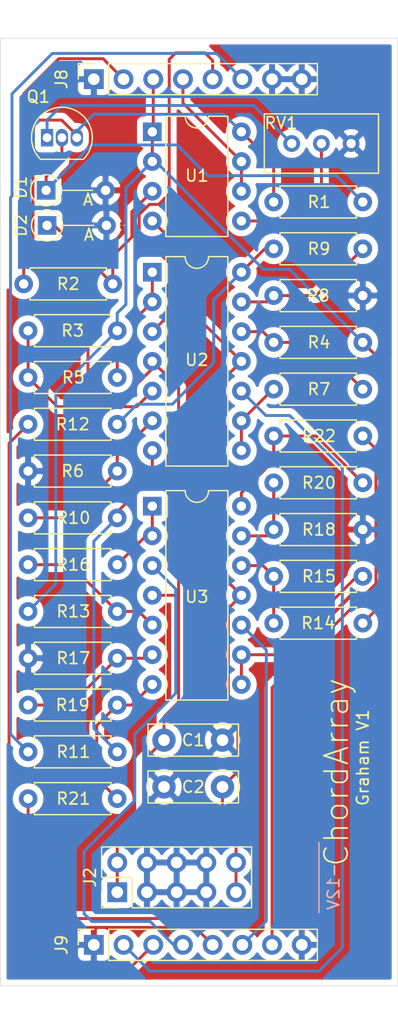
<source format=kicad_pcb>
(kicad_pcb (version 20171130) (host pcbnew 5.1.6-1.fc31)
  (layers (0 F.Cu signal) (31 B.Cu signal) (34 B.Paste user) (35 F.Paste user) (36 B.SilkS user) (37 F.SilkS user) (38 B.Mask user) (39 F.Mask user) (44 Edge.Cuts user))
  (net 0 "")
  (net 1 GND)
  (net 2 +12V)
  (net 3 -12V)
  (net 4 "Net-(D1-Pad1)")
  (net 5 "Net-(D2-Pad1)")
  (net 6 "Net-(Q1-Pad1)")
  (net 7 "Net-(R3-Pad2)")
  (net 8 "Net-(R4-Pad1)")
  (net 9 "Net-(R5-Pad2)")
  (net 10 "Net-(R10-Pad1)")
  (net 11 "Net-(R7-Pad1)")
  (net 12 "Net-(R8-Pad1)")
  (net 13 "Net-(R12-Pad1)")
  (net 14 "Net-(R10-Pad2)")
  (net 15 "Net-(R13-Pad2)")
  (net 16 "Net-(R14-Pad1)")
  (net 17 "Net-(R15-Pad1)")
  (net 18 "Net-(R16-Pad2)")
  (net 19 "Net-(R17-Pad1)")
  (net 20 "Net-(R18-Pad1)")
  (net 21 "Net-(R19-Pad2)")
  (net 22 "Net-(R20-Pad2)")
  (net 23 "Net-(RV1-Pad2)")
  (net 24 1V)
  (net 25 CVIN)
  (net 26 BUFFOUT)
  (net 27 OFFS1)
  (net 28 OFFS2)
  (net 29 OFFS3)
  (net 30 OFFS4)
  (net 31 OFFP1)
  (net 32 OFFP4)
  (net 33 OFFP3)
  (net 34 OFFP2)
  (module Connector_PinSocket_2.54mm:PinSocket_1x08_P2.54mm_Vertical (layer F.Cu) (at 108 109.5 90)
    (fp_text reference J9 (at 0 -2.77 90) (layer F.SilkS))
    (fp_text value Conn_01x08_Male)
    (pad 8 thru_hole oval (at 0 17.78 90) (size 1.7 1.7) (drill 1) (layers *.Cu *.Mask) (net 1 GND))
    (pad 7 thru_hole oval (at 0 15.24 90) (size 1.7 1.7) (drill 1) (layers *.Cu *.Mask) (net 30 OFFS4))
    (pad 6 thru_hole oval (at 0 12.7 90) (size 1.7 1.7) (drill 1) (layers *.Cu *.Mask) (net 32 OFFP4))
    (pad 5 thru_hole oval (at 0 10.16 90) (size 1.7 1.7) (drill 1) (layers *.Cu *.Mask) (net 29 OFFS3))
    (pad 4 thru_hole oval (at 0 7.62 90) (size 1.7 1.7) (drill 1) (layers *.Cu *.Mask) (net 33 OFFP3))
    (pad 3 thru_hole oval (at 0 5.08 90) (size 1.7 1.7) (drill 1) (layers *.Cu *.Mask) (net 28 OFFS2))
    (pad 2 thru_hole oval (at 0 2.54 90) (size 1.7 1.7) (drill 1) (layers *.Cu *.Mask) (net 34 OFFP2))
    (pad 1 thru_hole rect (at 0 0 90) (size 1.7 1.7) (drill 1) (layers *.Cu *.Mask) (net 1 GND))
  )
  (module Connector_PinSocket_2.54mm:PinSocket_1x08_P2.54mm_Vertical (layer F.Cu) (at 108 35.5 90)
    (fp_text reference J8 (at 0 -2.77 90) (layer F.SilkS))
    (fp_text value Conn_01x08_Male)
    (pad 8 thru_hole oval (at 0 17.78 90) (size 1.7 1.7) (drill 1) (layers *.Cu *.Mask) (net 1 GND))
    (pad 7 thru_hole oval (at 0 15.24 90) (size 1.7 1.7) (drill 1) (layers *.Cu *.Mask) (net 1 GND))
    (pad 6 thru_hole oval (at 0 12.7 90) (size 1.7 1.7) (drill 1) (layers *.Cu *.Mask) (net 27 OFFS1))
    (pad 5 thru_hole oval (at 0 10.16 90) (size 1.7 1.7) (drill 1) (layers *.Cu *.Mask) (net 31 OFFP1))
    (pad 4 thru_hole oval (at 0 7.62 90) (size 1.7 1.7) (drill 1) (layers *.Cu *.Mask) (net 24 1V))
    (pad 3 thru_hole oval (at 0 5.08 90) (size 1.7 1.7) (drill 1) (layers *.Cu *.Mask) (net 26 BUFFOUT))
    (pad 2 thru_hole oval (at 0 2.54 90) (size 1.7 1.7) (drill 1) (layers *.Cu *.Mask) (net 25 CVIN))
    (pad 1 thru_hole rect (at 0 0 90) (size 1.7 1.7) (drill 1) (layers *.Cu *.Mask) (net 1 GND))
  )
  (module Connector_PinHeader_2.54mm:PinHeader_2x05_P2.54mm_Vertical (layer F.Cu) (at 110 105 90)
    (fp_text reference J2 (at 1.27 -2.33 90) (layer F.SilkS))
    (fp_text value Conn_02x05_Odd_Even)
    (pad 10 thru_hole oval (at 2.54 10.16 90) (size 1.7 1.7) (drill 1) (layers *.Cu *.Mask) (net 3 -12V))
    (pad 9 thru_hole oval (at 0 10.16 90) (size 1.7 1.7) (drill 1) (layers *.Cu *.Mask) (net 3 -12V))
    (pad 8 thru_hole oval (at 2.54 7.62 90) (size 1.7 1.7) (drill 1) (layers *.Cu *.Mask) (net 1 GND))
    (pad 7 thru_hole oval (at 0 7.62 90) (size 1.7 1.7) (drill 1) (layers *.Cu *.Mask) (net 1 GND))
    (pad 6 thru_hole oval (at 2.54 5.08 90) (size 1.7 1.7) (drill 1) (layers *.Cu *.Mask) (net 1 GND))
    (pad 5 thru_hole oval (at 0 5.08 90) (size 1.7 1.7) (drill 1) (layers *.Cu *.Mask) (net 1 GND))
    (pad 4 thru_hole oval (at 2.54 2.54 90) (size 1.7 1.7) (drill 1) (layers *.Cu *.Mask) (net 1 GND))
    (pad 3 thru_hole oval (at 0 2.54 90) (size 1.7 1.7) (drill 1) (layers *.Cu *.Mask) (net 1 GND))
    (pad 2 thru_hole oval (at 2.54 0 90) (size 1.7 1.7) (drill 1) (layers *.Cu *.Mask) (net 2 +12V))
    (pad 1 thru_hole rect (at 0 0 90) (size 1.7 1.7) (drill 1) (layers *.Cu *.Mask) (net 2 +12V))
  )
  (module Capacitor_THT:C_Disc_D7.5mm_W2.5mm_P5.00mm (layer F.Cu) (at 114 96)
    (fp_text reference C2 (at 2.5 0) (layer F.SilkS))
    (fp_text value 100n)
    (pad 2 thru_hole circle (at 5 0) (size 2 2) (drill 1) (layers *.Cu *.Mask) (net 3 -12V))
    (pad 1 thru_hole circle (at 0 0) (size 2 2) (drill 1) (layers *.Cu *.Mask) (net 1 GND))
  )
  (module Capacitor_THT:C_Disc_D7.5mm_W2.5mm_P5.00mm (layer F.Cu) (at 114 92)
    (fp_text reference C1 (at 2.5 0) (layer F.SilkS))
    (fp_text value 100n)
    (pad 2 thru_hole circle (at 5 0) (size 2 2) (drill 1) (layers *.Cu *.Mask) (net 1 GND))
    (pad 1 thru_hole circle (at 0 0) (size 2 2) (drill 1) (layers *.Cu *.Mask) (net 2 +12V))
  )
  (module Potentiometer_THT:Potentiometer_Bourns_3296W_Vertical (layer F.Cu) (at 130 41)
    (fp_text reference RV1 (at -6 -1.75) (layer F.SilkS))
    (fp_text value 100K)
    (pad 3 thru_hole circle (at -5.08 0) (size 1.44 1.44) (drill 0.8) (layers *.Cu *.Mask) (net 6 "Net-(Q1-Pad1)"))
    (pad 2 thru_hole circle (at -2.54 0) (size 1.44 1.44) (drill 0.8) (layers *.Cu *.Mask) (net 23 "Net-(RV1-Pad2)"))
    (pad 1 thru_hole circle (at 0 0) (size 1.44 1.44) (drill 0.8) (layers *.Cu *.Mask) (net 1 GND))
  )
  (module Package_DIP:DIP-14_W7.62mm (layer F.Cu) (at 113 72)
    (fp_text reference U3 (at 3.81 7.75) (layer F.SilkS))
    (fp_text value TL074)
    (pad 14 thru_hole oval (at 7.62 0) (size 1.6 1.6) (drill 0.8) (layers *.Cu *.Mask) (net 22 "Net-(R20-Pad2)"))
    (pad 7 thru_hole oval (at 0 15.24) (size 1.6 1.6) (drill 0.8) (layers *.Cu *.Mask) (net 21 "Net-(R19-Pad2)"))
    (pad 13 thru_hole oval (at 7.62 2.54) (size 1.6 1.6) (drill 0.8) (layers *.Cu *.Mask) (net 20 "Net-(R18-Pad1)"))
    (pad 6 thru_hole oval (at 0 12.7) (size 1.6 1.6) (drill 0.8) (layers *.Cu *.Mask) (net 19 "Net-(R17-Pad1)"))
    (pad 12 thru_hole oval (at 7.62 5.08) (size 1.6 1.6) (drill 0.8) (layers *.Cu *.Mask) (net 16 "Net-(R14-Pad1)"))
    (pad 5 thru_hole oval (at 0 10.16) (size 1.6 1.6) (drill 0.8) (layers *.Cu *.Mask) (net 15 "Net-(R13-Pad2)"))
    (pad 11 thru_hole oval (at 7.62 7.62) (size 1.6 1.6) (drill 0.8) (layers *.Cu *.Mask) (net 3 -12V))
    (pad 4 thru_hole oval (at 0 7.62) (size 1.6 1.6) (drill 0.8) (layers *.Cu *.Mask) (net 2 +12V))
    (pad 10 thru_hole oval (at 7.62 10.16) (size 1.6 1.6) (drill 0.8) (layers *.Cu *.Mask) (net 32 OFFP4))
    (pad 3 thru_hole oval (at 0 5.08) (size 1.6 1.6) (drill 0.8) (layers *.Cu *.Mask) (net 33 OFFP3))
    (pad 9 thru_hole oval (at 7.62 12.7) (size 1.6 1.6) (drill 0.8) (layers *.Cu *.Mask) (net 17 "Net-(R15-Pad1)"))
    (pad 2 thru_hole oval (at 0 2.54) (size 1.6 1.6) (drill 0.8) (layers *.Cu *.Mask) (net 18 "Net-(R16-Pad2)"))
    (pad 8 thru_hole oval (at 7.62 15.24) (size 1.6 1.6) (drill 0.8) (layers *.Cu *.Mask) (net 17 "Net-(R15-Pad1)"))
    (pad 1 thru_hole rect (at 0 0) (size 1.6 1.6) (drill 0.8) (layers *.Cu *.Mask) (net 18 "Net-(R16-Pad2)"))
  )
  (module Package_DIP:DIP-14_W7.62mm (layer F.Cu) (at 113 52)
    (fp_text reference U2 (at 3.81 7.5) (layer F.SilkS))
    (fp_text value TL074)
    (pad 14 thru_hole oval (at 7.62 0) (size 1.6 1.6) (drill 0.8) (layers *.Cu *.Mask) (net 13 "Net-(R12-Pad1)"))
    (pad 7 thru_hole oval (at 0 15.24) (size 1.6 1.6) (drill 0.8) (layers *.Cu *.Mask) (net 14 "Net-(R10-Pad2)"))
    (pad 13 thru_hole oval (at 7.62 2.54) (size 1.6 1.6) (drill 0.8) (layers *.Cu *.Mask) (net 12 "Net-(R8-Pad1)"))
    (pad 6 thru_hole oval (at 0 12.7) (size 1.6 1.6) (drill 0.8) (layers *.Cu *.Mask) (net 10 "Net-(R10-Pad1)"))
    (pad 12 thru_hole oval (at 7.62 5.08) (size 1.6 1.6) (drill 0.8) (layers *.Cu *.Mask) (net 8 "Net-(R4-Pad1)"))
    (pad 5 thru_hole oval (at 0 10.16) (size 1.6 1.6) (drill 0.8) (layers *.Cu *.Mask) (net 7 "Net-(R3-Pad2)"))
    (pad 11 thru_hole oval (at 7.62 7.62) (size 1.6 1.6) (drill 0.8) (layers *.Cu *.Mask) (net 3 -12V))
    (pad 4 thru_hole oval (at 0 7.62) (size 1.6 1.6) (drill 0.8) (layers *.Cu *.Mask) (net 2 +12V))
    (pad 10 thru_hole oval (at 7.62 10.16) (size 1.6 1.6) (drill 0.8) (layers *.Cu *.Mask) (net 34 OFFP2))
    (pad 3 thru_hole oval (at 0 5.08) (size 1.6 1.6) (drill 0.8) (layers *.Cu *.Mask) (net 31 OFFP1))
    (pad 9 thru_hole oval (at 7.62 12.7) (size 1.6 1.6) (drill 0.8) (layers *.Cu *.Mask) (net 11 "Net-(R7-Pad1)"))
    (pad 2 thru_hole oval (at 0 2.54) (size 1.6 1.6) (drill 0.8) (layers *.Cu *.Mask) (net 9 "Net-(R5-Pad2)"))
    (pad 8 thru_hole oval (at 7.62 15.24) (size 1.6 1.6) (drill 0.8) (layers *.Cu *.Mask) (net 11 "Net-(R7-Pad1)"))
    (pad 1 thru_hole rect (at 0 0) (size 1.6 1.6) (drill 0.8) (layers *.Cu *.Mask) (net 9 "Net-(R5-Pad2)"))
  )
  (module Package_DIP:DIP-8_W7.62mm (layer F.Cu) (at 113 40)
    (fp_text reference U1 (at 3.81 3.75) (layer F.SilkS))
    (fp_text value TL072)
    (pad 8 thru_hole oval (at 7.62 0) (size 1.6 1.6) (drill 0.8) (layers *.Cu *.Mask) (net 2 +12V))
    (pad 4 thru_hole oval (at 0 7.62) (size 1.6 1.6) (drill 0.8) (layers *.Cu *.Mask) (net 3 -12V))
    (pad 7 thru_hole oval (at 7.62 2.54) (size 1.6 1.6) (drill 0.8) (layers *.Cu *.Mask) (net 24 1V))
    (pad 3 thru_hole oval (at 0 5.08) (size 1.6 1.6) (drill 0.8) (layers *.Cu *.Mask) (net 5 "Net-(D2-Pad1)"))
    (pad 6 thru_hole oval (at 7.62 5.08) (size 1.6 1.6) (drill 0.8) (layers *.Cu *.Mask) (net 24 1V))
    (pad 2 thru_hole oval (at 0 2.54) (size 1.6 1.6) (drill 0.8) (layers *.Cu *.Mask) (net 26 BUFFOUT))
    (pad 5 thru_hole oval (at 7.62 7.62) (size 1.6 1.6) (drill 0.8) (layers *.Cu *.Mask) (net 23 "Net-(RV1-Pad2)"))
    (pad 1 thru_hole rect (at 0 0) (size 1.6 1.6) (drill 0.8) (layers *.Cu *.Mask) (net 26 BUFFOUT))
  )
  (module Resistor_THT:R_Axial_DIN0207_L6.3mm_D2.5mm_P7.62mm_Horizontal (layer F.Cu) (at 123.38 66)
    (fp_text reference R22 (at 3.87 0) (layer F.SilkS))
    (fp_text value 1K)
    (pad 2 thru_hole oval (at 7.62 0) (size 1.6 1.6) (drill 0.8) (layers *.Cu *.Mask) (net 30 OFFS4))
    (pad 1 thru_hole circle (at 0 0) (size 1.6 1.6) (drill 0.8) (layers *.Cu *.Mask) (net 22 "Net-(R20-Pad2)"))
  )
  (module Resistor_THT:R_Axial_DIN0207_L6.3mm_D2.5mm_P7.62mm_Horizontal (layer F.Cu) (at 102.38 97)
    (fp_text reference R21 (at 3.87 0) (layer F.SilkS))
    (fp_text value 1K)
    (pad 2 thru_hole oval (at 7.62 0) (size 1.6 1.6) (drill 0.8) (layers *.Cu *.Mask) (net 21 "Net-(R19-Pad2)"))
    (pad 1 thru_hole circle (at 0 0) (size 1.6 1.6) (drill 0.8) (layers *.Cu *.Mask) (net 29 OFFS3))
  )
  (module Resistor_THT:R_Axial_DIN0207_L6.3mm_D2.5mm_P7.62mm_Horizontal (layer F.Cu) (at 123.38 70)
    (fp_text reference R20 (at 3.87 0) (layer F.SilkS))
    (fp_text value 100K)
    (pad 2 thru_hole oval (at 7.62 0) (size 1.6 1.6) (drill 0.8) (layers *.Cu *.Mask) (net 22 "Net-(R20-Pad2)"))
    (pad 1 thru_hole circle (at 0 0) (size 1.6 1.6) (drill 0.8) (layers *.Cu *.Mask) (net 20 "Net-(R18-Pad1)"))
  )
  (module Resistor_THT:R_Axial_DIN0207_L6.3mm_D2.5mm_P7.62mm_Horizontal (layer F.Cu) (at 102.38 89)
    (fp_text reference R19 (at 3.81 0) (layer F.SilkS))
    (fp_text value 100K)
    (pad 2 thru_hole oval (at 7.62 0) (size 1.6 1.6) (drill 0.8) (layers *.Cu *.Mask) (net 21 "Net-(R19-Pad2)"))
    (pad 1 thru_hole circle (at 0 0) (size 1.6 1.6) (drill 0.8) (layers *.Cu *.Mask) (net 19 "Net-(R17-Pad1)"))
  )
  (module Resistor_THT:R_Axial_DIN0207_L6.3mm_D2.5mm_P7.62mm_Horizontal (layer F.Cu) (at 123.38 74)
    (fp_text reference R18 (at 3.87 0) (layer F.SilkS))
    (fp_text value 100K)
    (pad 2 thru_hole oval (at 7.62 0) (size 1.6 1.6) (drill 0.8) (layers *.Cu *.Mask) (net 1 GND))
    (pad 1 thru_hole circle (at 0 0) (size 1.6 1.6) (drill 0.8) (layers *.Cu *.Mask) (net 20 "Net-(R18-Pad1)"))
  )
  (module Resistor_THT:R_Axial_DIN0207_L6.3mm_D2.5mm_P7.62mm_Horizontal (layer F.Cu) (at 110 85 180)
    (fp_text reference R17 (at 3.75 0) (layer F.SilkS))
    (fp_text value 100K)
    (pad 2 thru_hole oval (at 7.62 0 180) (size 1.6 1.6) (drill 0.8) (layers *.Cu *.Mask) (net 1 GND))
    (pad 1 thru_hole circle (at 0 0 180) (size 1.6 1.6) (drill 0.8) (layers *.Cu *.Mask) (net 19 "Net-(R17-Pad1)"))
  )
  (module Resistor_THT:R_Axial_DIN0207_L6.3mm_D2.5mm_P7.62mm_Horizontal (layer F.Cu) (at 102.38 77)
    (fp_text reference R16 (at 3.87 0) (layer F.SilkS))
    (fp_text value 100K)
    (pad 2 thru_hole oval (at 7.62 0) (size 1.6 1.6) (drill 0.8) (layers *.Cu *.Mask) (net 18 "Net-(R16-Pad2)"))
    (pad 1 thru_hole circle (at 0 0) (size 1.6 1.6) (drill 0.8) (layers *.Cu *.Mask) (net 15 "Net-(R13-Pad2)"))
  )
  (module Resistor_THT:R_Axial_DIN0207_L6.3mm_D2.5mm_P7.62mm_Horizontal (layer F.Cu) (at 131 78 180)
    (fp_text reference R15 (at 3.75 0) (layer F.SilkS))
    (fp_text value 100K)
    (pad 2 thru_hole oval (at 7.62 0 180) (size 1.6 1.6) (drill 0.8) (layers *.Cu *.Mask) (net 16 "Net-(R14-Pad1)"))
    (pad 1 thru_hole circle (at 0 0 180) (size 1.6 1.6) (drill 0.8) (layers *.Cu *.Mask) (net 17 "Net-(R15-Pad1)"))
  )
  (module Resistor_THT:R_Axial_DIN0207_L6.3mm_D2.5mm_P7.62mm_Horizontal (layer F.Cu) (at 123.38 82)
    (fp_text reference R14 (at 3.81 0) (layer F.SilkS))
    (fp_text value 100K)
    (pad 2 thru_hole oval (at 7.62 0) (size 1.6 1.6) (drill 0.8) (layers *.Cu *.Mask) (net 26 BUFFOUT))
    (pad 1 thru_hole circle (at 0 0) (size 1.6 1.6) (drill 0.8) (layers *.Cu *.Mask) (net 16 "Net-(R14-Pad1)"))
  )
  (module Resistor_THT:R_Axial_DIN0207_L6.3mm_D2.5mm_P7.62mm_Horizontal (layer F.Cu) (at 102.38 81)
    (fp_text reference R13 (at 3.87 0) (layer F.SilkS))
    (fp_text value 100K)
    (pad 2 thru_hole oval (at 7.62 0) (size 1.6 1.6) (drill 0.8) (layers *.Cu *.Mask) (net 15 "Net-(R13-Pad2)"))
    (pad 1 thru_hole circle (at 0 0) (size 1.6 1.6) (drill 0.8) (layers *.Cu *.Mask) (net 26 BUFFOUT))
  )
  (module Resistor_THT:R_Axial_DIN0207_L6.3mm_D2.5mm_P7.62mm_Horizontal (layer F.Cu) (at 110 65 180)
    (fp_text reference R12 (at 3.81 0) (layer F.SilkS))
    (fp_text value 1K)
    (pad 2 thru_hole oval (at 7.62 0 180) (size 1.6 1.6) (drill 0.8) (layers *.Cu *.Mask) (net 28 OFFS2))
    (pad 1 thru_hole circle (at 0 0 180) (size 1.6 1.6) (drill 0.8) (layers *.Cu *.Mask) (net 13 "Net-(R12-Pad1)"))
  )
  (module Resistor_THT:R_Axial_DIN0207_L6.3mm_D2.5mm_P7.62mm_Horizontal (layer F.Cu) (at 102.38 93)
    (fp_text reference R11 (at 3.87 0) (layer F.SilkS))
    (fp_text value 1K)
    (pad 2 thru_hole oval (at 7.62 0) (size 1.6 1.6) (drill 0.8) (layers *.Cu *.Mask) (net 14 "Net-(R10-Pad2)"))
    (pad 1 thru_hole circle (at 0 0) (size 1.6 1.6) (drill 0.8) (layers *.Cu *.Mask) (net 27 OFFS1))
  )
  (module Resistor_THT:R_Axial_DIN0207_L6.3mm_D2.5mm_P7.62mm_Horizontal (layer F.Cu) (at 102.38 73)
    (fp_text reference R10 (at 3.87 0) (layer F.SilkS))
    (fp_text value 100K)
    (pad 2 thru_hole oval (at 7.62 0) (size 1.6 1.6) (drill 0.8) (layers *.Cu *.Mask) (net 14 "Net-(R10-Pad2)"))
    (pad 1 thru_hole circle (at 0 0) (size 1.6 1.6) (drill 0.8) (layers *.Cu *.Mask) (net 10 "Net-(R10-Pad1)"))
  )
  (module Resistor_THT:R_Axial_DIN0207_L6.3mm_D2.5mm_P7.62mm_Horizontal (layer F.Cu) (at 131 50 180)
    (fp_text reference R9 (at 3.75 0) (layer F.SilkS))
    (fp_text value 100K)
    (pad 2 thru_hole oval (at 7.62 0 180) (size 1.6 1.6) (drill 0.8) (layers *.Cu *.Mask) (net 13 "Net-(R12-Pad1)"))
    (pad 1 thru_hole circle (at 0 0 180) (size 1.6 1.6) (drill 0.8) (layers *.Cu *.Mask) (net 12 "Net-(R8-Pad1)"))
  )
  (module Resistor_THT:R_Axial_DIN0207_L6.3mm_D2.5mm_P7.62mm_Horizontal (layer F.Cu) (at 123.38 54)
    (fp_text reference R8 (at 3.81 0) (layer F.SilkS))
    (fp_text value 100K)
    (pad 2 thru_hole oval (at 7.62 0) (size 1.6 1.6) (drill 0.8) (layers *.Cu *.Mask) (net 1 GND))
    (pad 1 thru_hole circle (at 0 0) (size 1.6 1.6) (drill 0.8) (layers *.Cu *.Mask) (net 12 "Net-(R8-Pad1)"))
  )
  (module Resistor_THT:R_Axial_DIN0207_L6.3mm_D2.5mm_P7.62mm_Horizontal (layer F.Cu) (at 123.38 62)
    (fp_text reference R7 (at 3.87 0) (layer F.SilkS))
    (fp_text value 100K)
    (pad 2 thru_hole oval (at 7.62 0) (size 1.6 1.6) (drill 0.8) (layers *.Cu *.Mask) (net 8 "Net-(R4-Pad1)"))
    (pad 1 thru_hole circle (at 0 0) (size 1.6 1.6) (drill 0.8) (layers *.Cu *.Mask) (net 11 "Net-(R7-Pad1)"))
  )
  (module Resistor_THT:R_Axial_DIN0207_L6.3mm_D2.5mm_P7.62mm_Horizontal (layer F.Cu) (at 110 69 180)
    (fp_text reference R6 (at 3.81 0) (layer F.SilkS))
    (fp_text value 100K)
    (pad 2 thru_hole oval (at 7.62 0 180) (size 1.6 1.6) (drill 0.8) (layers *.Cu *.Mask) (net 1 GND))
    (pad 1 thru_hole circle (at 0 0 180) (size 1.6 1.6) (drill 0.8) (layers *.Cu *.Mask) (net 10 "Net-(R10-Pad1)"))
  )
  (module Resistor_THT:R_Axial_DIN0207_L6.3mm_D2.5mm_P7.62mm_Horizontal (layer F.Cu) (at 102.38 61)
    (fp_text reference R5 (at 3.87 0) (layer F.SilkS))
    (fp_text value 100K)
    (pad 2 thru_hole oval (at 7.62 0) (size 1.6 1.6) (drill 0.8) (layers *.Cu *.Mask) (net 9 "Net-(R5-Pad2)"))
    (pad 1 thru_hole circle (at 0 0) (size 1.6 1.6) (drill 0.8) (layers *.Cu *.Mask) (net 7 "Net-(R3-Pad2)"))
  )
  (module Resistor_THT:R_Axial_DIN0207_L6.3mm_D2.5mm_P7.62mm_Horizontal (layer F.Cu) (at 123.38 58)
    (fp_text reference R4 (at 3.87 0) (layer F.SilkS))
    (fp_text value 100K)
    (pad 2 thru_hole oval (at 7.62 0) (size 1.6 1.6) (drill 0.8) (layers *.Cu *.Mask) (net 26 BUFFOUT))
    (pad 1 thru_hole circle (at 0 0) (size 1.6 1.6) (drill 0.8) (layers *.Cu *.Mask) (net 8 "Net-(R4-Pad1)"))
  )
  (module Resistor_THT:R_Axial_DIN0207_L6.3mm_D2.5mm_P7.62mm_Horizontal (layer F.Cu) (at 110 57 180)
    (fp_text reference R3 (at 3.81 0) (layer F.SilkS))
    (fp_text value 100K)
    (pad 2 thru_hole oval (at 7.62 0 180) (size 1.6 1.6) (drill 0.8) (layers *.Cu *.Mask) (net 7 "Net-(R3-Pad2)"))
    (pad 1 thru_hole circle (at 0 0 180) (size 1.6 1.6) (drill 0.8) (layers *.Cu *.Mask) (net 26 BUFFOUT))
  )
  (module Resistor_THT:R_Axial_DIN0207_L6.3mm_D2.5mm_P7.62mm_Horizontal (layer F.Cu) (at 109.62 53 180)
    (fp_text reference R2 (at 3.81 0) (layer F.SilkS))
    (fp_text value 10K)
    (pad 2 thru_hole oval (at 7.62 0 180) (size 1.6 1.6) (drill 0.8) (layers *.Cu *.Mask) (net 25 CVIN))
    (pad 1 thru_hole circle (at 0 0 180) (size 1.6 1.6) (drill 0.8) (layers *.Cu *.Mask) (net 5 "Net-(D2-Pad1)"))
  )
  (module Resistor_THT:R_Axial_DIN0207_L6.3mm_D2.5mm_P7.62mm_Horizontal (layer F.Cu) (at 123.38 46)
    (fp_text reference R1 (at 3.87 0) (layer F.SilkS))
    (fp_text value 1K)
    (pad 2 thru_hole oval (at 7.62 0) (size 1.6 1.6) (drill 0.8) (layers *.Cu *.Mask) (net 4 "Net-(D1-Pad1)"))
    (pad 1 thru_hole circle (at 0 0) (size 1.6 1.6) (drill 0.8) (layers *.Cu *.Mask) (net 2 +12V))
  )
  (module Package_TO_SOT_THT:TO-92_Inline (layer F.Cu) (at 104 40.5)
    (fp_text reference Q1 (at -0.75 -3.5) (layer F.SilkS))
    (fp_text value 2N3904)
    (pad 1 thru_hole rect (at 0 0) (size 1.05 1.5) (drill 0.75) (layers *.Cu *.Mask) (net 6 "Net-(Q1-Pad1)"))
    (pad 3 thru_hole oval (at 2.54 0) (size 1.05 1.5) (drill 0.75) (layers *.Cu *.Mask) (net 2 +12V))
    (pad 2 thru_hole oval (at 1.27 0) (size 1.05 1.5) (drill 0.75) (layers *.Cu *.Mask) (net 4 "Net-(D1-Pad1)"))
  )
  (module Diode_THT:D_DO-35_SOD27_P5.08mm_Vertical_AnodeUp (layer F.Cu) (at 104 48)
    (fp_text reference D2 (at -2.25 0 90) (layer F.SilkS))
    (fp_text value 1n5233B)
    (fp_text user A (at 3.58 0.8) (layer F.SilkS))
    (pad 2 thru_hole oval (at 5.08 0) (size 1.6 1.6) (drill 0.8) (layers *.Cu *.Mask) (net 1 GND))
    (pad 1 thru_hole rect (at 0 0) (size 1.6 1.6) (drill 0.8) (layers *.Cu *.Mask) (net 5 "Net-(D2-Pad1)"))
  )
  (module Diode_THT:D_DO-35_SOD27_P5.08mm_Vertical_AnodeUp (layer F.Cu) (at 103.92 45)
    (fp_text reference D1 (at -2.17 -0.25 90) (layer F.SilkS))
    (fp_text value 1n5226B)
    (fp_text user A (at 3.58 0.8) (layer F.SilkS))
    (pad 2 thru_hole oval (at 5.08 0) (size 1.6 1.6) (drill 0.8) (layers *.Cu *.Mask) (net 1 GND))
    (pad 1 thru_hole rect (at 0 0) (size 1.6 1.6) (drill 0.8) (layers *.Cu *.Mask) (net 4 "Net-(D1-Pad1)"))
  )
  (gr_text -12V (at 128.5 104.5 90) (layer B.SilkS) (effects (font (size 1 1)) (justify mirror)))
  (gr_line (start 127.25 100.75) (end 127.25 106.75) (layer B.SilkS) (width 0.12))
  (gr_line (start 100 32) (end 134 32) (layer Edge.Cuts) (width 0.05))
  (gr_line (start 100 113) (end 100 32) (layer Edge.Cuts) (width 0.05))
  (gr_line (start 134 113) (end 100 113) (layer Edge.Cuts) (width 0.05))
  (gr_line (start 134 113) (end 134 32) (layer Edge.Cuts) (width 0.05))
  (gr_text "Graham V1" (at 131 93.5 90) (layer F.SilkS) (effects (font (size 1 1))))
  (gr_text ChordArray (at 128.75 94.75 90) (layer F.SilkS) (effects (font (size 2 2))))
  (segment (start 123.38 42.76) (end 123.38 46) (width 0.25) (layer F.Cu) (net 2))
  (segment (start 120.62 40) (end 123.38 42.76) (width 0.25) (layer F.Cu) (net 2))
  (segment (start 113 60.25) (end 113 59.62) (width 0.25) (layer F.Cu) (net 2))
  (segment (start 110.5 62.75) (end 113 60.25) (width 0.25) (layer F.Cu) (net 2))
  (segment (start 109.5 62.75) (end 110.5 62.75) (width 0.25) (layer F.Cu) (net 2))
  (segment (start 107.5 60.75) (end 109.5 62.75) (width 0.25) (layer F.Cu) (net 2))
  (segment (start 107.5 56.165002) (end 107.5 60.75) (width 0.25) (layer F.Cu) (net 2))
  (segment (start 102.794999 51.460001) (end 107.5 56.165002) (width 0.25) (layer F.Cu) (net 2))
  (segment (start 102.794999 39.455001) (end 102.794999 51.460001) (width 0.25) (layer F.Cu) (net 2))
  (segment (start 110 105) (end 110 102.46) (width 0.25) (layer F.Cu) (net 2))
  (segment (start 110 102.46) (end 110 101) (width 0.25) (layer F.Cu) (net 2))
  (segment (start 110 101) (end 112.25 98.75) (width 0.25) (layer F.Cu) (net 2))
  (segment (start 112.25 93.75) (end 114 92) (width 0.25) (layer F.Cu) (net 2))
  (segment (start 112.25 98.75) (end 112.25 93.75) (width 0.25) (layer F.Cu) (net 2))
  (segment (start 114 92) (end 114 90) (width 0.25) (layer F.Cu) (net 2))
  (segment (start 114 90) (end 115.25 88.75) (width 0.25) (layer F.Cu) (net 2))
  (segment (start 115.25 61.87) (end 113 59.62) (width 0.25) (layer F.Cu) (net 2))
  (segment (start 115.12 79.62) (end 115.25 79.75) (width 0.25) (layer F.Cu) (net 2))
  (segment (start 113 79.62) (end 115.12 79.62) (width 0.25) (layer F.Cu) (net 2))
  (segment (start 115.25 88.75) (end 115.25 79.75) (width 0.25) (layer F.Cu) (net 2))
  (segment (start 115.25 79.75) (end 115.25 61.87) (width 0.25) (layer F.Cu) (net 2))
  (segment (start 119.12 38.5) (end 120.62 40) (width 0.25) (layer B.Cu) (net 2))
  (segment (start 108 38.5) (end 119.12 38.5) (width 0.25) (layer B.Cu) (net 2))
  (segment (start 106.54 39.96) (end 108 38.5) (width 0.25) (layer B.Cu) (net 2))
  (segment (start 106.54 40.5) (end 106.54 39.96) (width 0.25) (layer B.Cu) (net 2))
  (segment (start 106.54 40.5) (end 106.54 40.29) (width 0.25) (layer F.Cu) (net 2))
  (segment (start 106.54 40.29) (end 105.25 39) (width 0.25) (layer F.Cu) (net 2))
  (segment (start 103.25 39) (end 102.794999 39.455001) (width 0.25) (layer F.Cu) (net 2))
  (segment (start 105.25 39) (end 103.25 39) (width 0.25) (layer F.Cu) (net 2))
  (segment (start 120.62 59.62) (end 116.75 55.75) (width 0.25) (layer F.Cu) (net 3))
  (segment (start 116.75 51.37) (end 113 47.62) (width 0.25) (layer F.Cu) (net 3))
  (segment (start 116.75 55.75) (end 116.75 51.37) (width 0.25) (layer F.Cu) (net 3))
  (segment (start 120.62 59.62) (end 118.75 61.49) (width 0.25) (layer F.Cu) (net 3))
  (segment (start 118.75 77.75) (end 120.62 79.62) (width 0.25) (layer F.Cu) (net 3))
  (segment (start 118.75 61.49) (end 118.75 77.75) (width 0.25) (layer F.Cu) (net 3))
  (segment (start 119.494999 80.745001) (end 119.494999 89.244999) (width 0.25) (layer F.Cu) (net 3))
  (segment (start 120.62 79.62) (end 119.494999 80.745001) (width 0.25) (layer F.Cu) (net 3))
  (segment (start 120.325001 94.674999) (end 119 96) (width 0.25) (layer F.Cu) (net 3))
  (segment (start 120.325001 90.075001) (end 120.325001 94.674999) (width 0.25) (layer F.Cu) (net 3))
  (segment (start 119.494999 89.244999) (end 120.325001 90.075001) (width 0.25) (layer F.Cu) (net 3))
  (segment (start 119 96) (end 119 98.5) (width 0.25) (layer F.Cu) (net 3))
  (segment (start 120.16 99.66) (end 120.16 102.46) (width 0.25) (layer F.Cu) (net 3))
  (segment (start 119 98.5) (end 120.16 99.66) (width 0.25) (layer F.Cu) (net 3))
  (segment (start 120.16 102.46) (end 120.16 105) (width 0.25) (layer F.Cu) (net 3))
  (segment (start 103.92 45) (end 103.92 43.83) (width 0.25) (layer F.Cu) (net 4))
  (segment (start 105.27 42.48) (end 105.27 40.5) (width 0.25) (layer F.Cu) (net 4))
  (segment (start 103.92 43.83) (end 105.27 42.48) (width 0.25) (layer F.Cu) (net 4))
  (segment (start 131 46) (end 128.75 43.75) (width 0.25) (layer B.Cu) (net 4))
  (segment (start 128.75 43.75) (end 117.75 43.75) (width 0.25) (layer B.Cu) (net 4))
  (segment (start 107.794999 41.125001) (end 103.92 45) (width 0.25) (layer B.Cu) (net 4))
  (segment (start 115.125001 41.125001) (end 107.794999 41.125001) (width 0.25) (layer B.Cu) (net 4))
  (segment (start 117.75 43.75) (end 115.125001 41.125001) (width 0.25) (layer B.Cu) (net 4))
  (segment (start 104.62 48) (end 109.62 53) (width 0.25) (layer F.Cu) (net 5))
  (segment (start 104 48) (end 104.62 48) (width 0.25) (layer F.Cu) (net 5))
  (segment (start 109.62 53) (end 109.62 50.63) (width 0.25) (layer F.Cu) (net 5))
  (segment (start 109.62 50.63) (end 111.25 49) (width 0.25) (layer F.Cu) (net 5))
  (segment (start 111.25 46.83) (end 113 45.08) (width 0.25) (layer F.Cu) (net 5))
  (segment (start 111.25 49) (end 111.25 46.83) (width 0.25) (layer F.Cu) (net 5))
  (segment (start 104 39) (end 105.25 37.75) (width 0.25) (layer B.Cu) (net 6))
  (segment (start 121.67 37.75) (end 124.92 41) (width 0.25) (layer B.Cu) (net 6))
  (segment (start 105.25 37.75) (end 121.67 37.75) (width 0.25) (layer B.Cu) (net 6))
  (segment (start 104 40.5) (end 104 39) (width 0.25) (layer B.Cu) (net 6))
  (segment (start 113 62.16) (end 111.66 63.5) (width 0.25) (layer F.Cu) (net 7))
  (segment (start 104.88 63.5) (end 102.38 61) (width 0.25) (layer F.Cu) (net 7))
  (segment (start 111.66 63.5) (end 104.88 63.5) (width 0.25) (layer F.Cu) (net 7))
  (segment (start 102.38 61) (end 102.38 57) (width 0.25) (layer F.Cu) (net 7))
  (segment (start 122.46 57.08) (end 123.38 58) (width 0.25) (layer F.Cu) (net 8))
  (segment (start 120.62 57.08) (end 122.46 57.08) (width 0.25) (layer F.Cu) (net 8))
  (segment (start 127 58) (end 131 62) (width 0.25) (layer F.Cu) (net 8))
  (segment (start 123.38 58) (end 127 58) (width 0.25) (layer F.Cu) (net 8))
  (segment (start 110 61) (end 110 59.5) (width 0.25) (layer F.Cu) (net 9))
  (segment (start 110 59.5) (end 111.5 58) (width 0.25) (layer F.Cu) (net 9))
  (segment (start 111.5 56.04) (end 113 54.54) (width 0.25) (layer F.Cu) (net 9))
  (segment (start 111.5 58) (end 111.5 56.04) (width 0.25) (layer F.Cu) (net 9))
  (segment (start 113 52) (end 113 54.54) (width 0.25) (layer F.Cu) (net 9))
  (segment (start 110 67.7) (end 110 69) (width 0.25) (layer F.Cu) (net 10))
  (segment (start 113 64.7) (end 110 67.7) (width 0.25) (layer F.Cu) (net 10))
  (segment (start 106 73) (end 110 69) (width 0.25) (layer F.Cu) (net 10))
  (segment (start 102.38 73) (end 106 73) (width 0.25) (layer F.Cu) (net 10))
  (segment (start 120.62 64.7) (end 120.62 67.24) (width 0.25) (layer F.Cu) (net 11))
  (segment (start 123.32 62) (end 123.38 62) (width 0.25) (layer F.Cu) (net 11))
  (segment (start 120.62 64.7) (end 123.32 62) (width 0.25) (layer F.Cu) (net 11))
  (segment (start 122.84 54.54) (end 123.38 54) (width 0.25) (layer F.Cu) (net 12))
  (segment (start 120.62 54.54) (end 122.84 54.54) (width 0.25) (layer F.Cu) (net 12))
  (segment (start 127 54) (end 131 50) (width 0.25) (layer F.Cu) (net 12))
  (segment (start 123.38 54) (end 127 54) (width 0.25) (layer F.Cu) (net 12))
  (segment (start 122.62 50) (end 123.38 50) (width 0.25) (layer F.Cu) (net 13))
  (segment (start 120.62 52) (end 122.62 50) (width 0.25) (layer F.Cu) (net 13))
  (segment (start 111.714999 63.285001) (end 114.714999 63.285001) (width 0.25) (layer B.Cu) (net 13))
  (segment (start 110 65) (end 111.714999 63.285001) (width 0.25) (layer B.Cu) (net 13))
  (segment (start 114.714999 63.285001) (end 118.25 59.75) (width 0.25) (layer B.Cu) (net 13))
  (segment (start 118.25 54.37) (end 120.62 52) (width 0.25) (layer B.Cu) (net 13))
  (segment (start 118.25 59.75) (end 118.25 54.37) (width 0.25) (layer B.Cu) (net 13))
  (segment (start 110 73) (end 109.75 72.75) (width 0.25) (layer F.Cu) (net 14))
  (segment (start 113 69.5) (end 113 67.24) (width 0.25) (layer F.Cu) (net 14))
  (segment (start 109.75 72.75) (end 113 69.5) (width 0.25) (layer F.Cu) (net 14))
  (segment (start 110 73) (end 108 75) (width 0.25) (layer B.Cu) (net 14))
  (segment (start 108 91) (end 110 93) (width 0.25) (layer B.Cu) (net 14))
  (segment (start 108 75) (end 108 91) (width 0.25) (layer B.Cu) (net 14))
  (segment (start 111.84 81) (end 113 82.16) (width 0.25) (layer F.Cu) (net 15))
  (segment (start 110 81) (end 111.84 81) (width 0.25) (layer F.Cu) (net 15))
  (segment (start 106 77) (end 110 81) (width 0.25) (layer F.Cu) (net 15))
  (segment (start 102.38 77) (end 106 77) (width 0.25) (layer F.Cu) (net 15))
  (segment (start 122.46 77.08) (end 123.38 78) (width 0.25) (layer F.Cu) (net 16))
  (segment (start 120.62 77.08) (end 122.46 77.08) (width 0.25) (layer F.Cu) (net 16))
  (segment (start 123.38 78) (end 123.38 82) (width 0.25) (layer F.Cu) (net 16))
  (segment (start 120.62 84.7) (end 123.8 84.7) (width 0.25) (layer F.Cu) (net 17))
  (segment (start 130.5 78) (end 131 78) (width 0.25) (layer F.Cu) (net 17))
  (segment (start 123.8 84.7) (end 130.5 78) (width 0.25) (layer F.Cu) (net 17))
  (segment (start 120.62 87.24) (end 120.62 84.7) (width 0.25) (layer F.Cu) (net 17))
  (segment (start 112.46 74.54) (end 113 74.54) (width 0.25) (layer F.Cu) (net 18))
  (segment (start 110 77) (end 112.46 74.54) (width 0.25) (layer F.Cu) (net 18))
  (segment (start 113 72) (end 113 74.54) (width 0.25) (layer F.Cu) (net 18))
  (segment (start 112.7 85) (end 113 84.7) (width 0.25) (layer F.Cu) (net 19))
  (segment (start 110 85) (end 112.7 85) (width 0.25) (layer F.Cu) (net 19))
  (segment (start 106 89) (end 110 85) (width 0.25) (layer F.Cu) (net 19))
  (segment (start 102.38 89) (end 106 89) (width 0.25) (layer F.Cu) (net 19))
  (segment (start 122.84 74.54) (end 123.38 74) (width 0.25) (layer F.Cu) (net 20))
  (segment (start 120.62 74.54) (end 122.84 74.54) (width 0.25) (layer F.Cu) (net 20))
  (segment (start 123.38 74) (end 123.38 70) (width 0.25) (layer F.Cu) (net 20))
  (segment (start 111.24 89) (end 113 87.24) (width 0.25) (layer F.Cu) (net 21))
  (segment (start 110 89) (end 111.24 89) (width 0.25) (layer F.Cu) (net 21))
  (segment (start 110 89) (end 108.25 90.75) (width 0.25) (layer F.Cu) (net 21))
  (segment (start 108.25 95.25) (end 110 97) (width 0.25) (layer F.Cu) (net 21))
  (segment (start 108.25 90.75) (end 108.25 95.25) (width 0.25) (layer F.Cu) (net 21))
  (segment (start 123.38 68.10863) (end 123.38 66) (width 0.25) (layer F.Cu) (net 22))
  (segment (start 120.62 70.86863) (end 123.38 68.10863) (width 0.25) (layer F.Cu) (net 22))
  (segment (start 120.62 72) (end 120.62 70.86863) (width 0.25) (layer F.Cu) (net 22))
  (segment (start 127 66) (end 131 70) (width 0.25) (layer F.Cu) (net 22))
  (segment (start 123.38 66) (end 127 66) (width 0.25) (layer F.Cu) (net 22))
  (segment (start 120.62 47.62) (end 125.13 47.62) (width 0.25) (layer F.Cu) (net 23))
  (segment (start 127.46 45.29) (end 127.46 41) (width 0.25) (layer F.Cu) (net 23))
  (segment (start 125.13 47.62) (end 127.46 45.29) (width 0.25) (layer F.Cu) (net 23))
  (segment (start 115.62 37.54) (end 120.62 42.54) (width 0.25) (layer F.Cu) (net 24))
  (segment (start 115.62 35.5) (end 115.62 37.54) (width 0.25) (layer F.Cu) (net 24))
  (segment (start 120.62 42.54) (end 120.62 45.08) (width 0.25) (layer F.Cu) (net 24))
  (segment (start 102 53) (end 102 36.75) (width 0.25) (layer F.Cu) (net 25))
  (segment (start 102 36.75) (end 105 33.75) (width 0.25) (layer F.Cu) (net 25))
  (segment (start 108.79 33.75) (end 110.54 35.5) (width 0.25) (layer F.Cu) (net 25))
  (segment (start 105 33.75) (end 108.79 33.75) (width 0.25) (layer F.Cu) (net 25))
  (segment (start 113.08 39.92) (end 113 40) (width 0.25) (layer F.Cu) (net 26))
  (segment (start 113.08 35.5) (end 113.08 39.92) (width 0.25) (layer F.Cu) (net 26))
  (segment (start 113 40) (end 113 42.54) (width 0.25) (layer F.Cu) (net 26))
  (segment (start 131 58) (end 133 60) (width 0.25) (layer F.Cu) (net 26))
  (segment (start 133 80) (end 131 82) (width 0.25) (layer F.Cu) (net 26))
  (segment (start 133 60) (end 133 80) (width 0.25) (layer F.Cu) (net 26))
  (segment (start 110 57) (end 110 55.5) (width 0.25) (layer B.Cu) (net 26))
  (segment (start 110.745001 44.794999) (end 113 42.54) (width 0.25) (layer B.Cu) (net 26))
  (segment (start 110.745001 54.754999) (end 110.745001 44.794999) (width 0.25) (layer B.Cu) (net 26))
  (segment (start 110 55.5) (end 110.745001 54.754999) (width 0.25) (layer B.Cu) (net 26))
  (segment (start 110 57) (end 104.75 62.25) (width 0.25) (layer B.Cu) (net 26))
  (segment (start 104.75 78.63) (end 102.38 81) (width 0.25) (layer B.Cu) (net 26))
  (segment (start 104.75 62.25) (end 104.75 78.63) (width 0.25) (layer B.Cu) (net 26))
  (segment (start 131 58) (end 124.75 51.75) (width 0.25) (layer B.Cu) (net 26))
  (segment (start 124.75 51.75) (end 122.5 51.75) (width 0.25) (layer B.Cu) (net 26))
  (segment (start 113.29 42.54) (end 113 42.54) (width 0.25) (layer B.Cu) (net 26))
  (segment (start 122.5 51.75) (end 113.29 42.54) (width 0.25) (layer B.Cu) (net 26))
  (segment (start 120.7 35.5) (end 118.5 33.3) (width 0.25) (layer B.Cu) (net 27))
  (segment (start 118.5 33.3) (end 104.45 33.3) (width 0.25) (layer B.Cu) (net 27))
  (segment (start 104.45 33.3) (end 101 36.75) (width 0.25) (layer B.Cu) (net 27))
  (segment (start 100.874999 91.494999) (end 102.38 93) (width 0.25) (layer B.Cu) (net 27))
  (segment (start 100.874999 45.625001) (end 100.874999 91.494999) (width 0.25) (layer B.Cu) (net 27))
  (segment (start 101 45.5) (end 100.874999 45.625001) (width 0.25) (layer B.Cu) (net 27))
  (segment (start 101 36.75) (end 101 45.5) (width 0.25) (layer B.Cu) (net 27))
  (segment (start 105.25 111.75) (end 110.83 111.75) (width 0.25) (layer F.Cu) (net 28))
  (segment (start 100.75 107.25) (end 105.25 111.75) (width 0.25) (layer F.Cu) (net 28))
  (segment (start 110.83 111.75) (end 113.08 109.5) (width 0.25) (layer F.Cu) (net 28))
  (segment (start 102.38 65) (end 100.75 66.63) (width 0.25) (layer F.Cu) (net 28))
  (segment (start 100.75 66.63) (end 100.75 107.25) (width 0.25) (layer F.Cu) (net 28))
  (segment (start 102.38 97) (end 102.38 103.88) (width 0.25) (layer F.Cu) (net 29))
  (segment (start 102.38 103.88) (end 105.75 107.25) (width 0.25) (layer F.Cu) (net 29))
  (segment (start 115.91 107.25) (end 118.16 109.5) (width 0.25) (layer F.Cu) (net 29))
  (segment (start 105.75 107.25) (end 115.91 107.25) (width 0.25) (layer F.Cu) (net 29))
  (segment (start 123.24 109.5) (end 123.24 87.51) (width 0.25) (layer F.Cu) (net 30))
  (segment (start 132.125001 67.125001) (end 131 66) (width 0.25) (layer F.Cu) (net 30))
  (segment (start 132.125001 78.624999) (end 132.125001 67.125001) (width 0.25) (layer F.Cu) (net 30))
  (segment (start 123.24 87.51) (end 132.125001 78.624999) (width 0.25) (layer F.Cu) (net 30))
  (segment (start 113 57.08) (end 114.75 55.33) (width 0.25) (layer F.Cu) (net 31))
  (segment (start 114.75 55.33) (end 114.75 51.5) (width 0.25) (layer F.Cu) (net 31))
  (segment (start 112.749997 46.205001) (end 113.544999 46.205001) (width 0.25) (layer F.Cu) (net 31))
  (segment (start 111.874999 47.079999) (end 112.749997 46.205001) (width 0.25) (layer F.Cu) (net 31))
  (segment (start 114.75 51.5) (end 111.874999 48.624999) (width 0.25) (layer F.Cu) (net 31))
  (segment (start 111.874999 48.624999) (end 111.874999 47.079999) (width 0.25) (layer F.Cu) (net 31))
  (segment (start 113.544999 46.205001) (end 114.5 45.25) (width 0.25) (layer F.Cu) (net 31))
  (segment (start 114.444999 45.194999) (end 114.444999 33.805001) (width 0.25) (layer F.Cu) (net 31))
  (segment (start 114.5 45.25) (end 114.444999 45.194999) (width 0.25) (layer F.Cu) (net 31))
  (segment (start 114.444999 33.805001) (end 115 33.25) (width 0.25) (layer F.Cu) (net 31))
  (segment (start 115 33.25) (end 117.5 33.25) (width 0.25) (layer F.Cu) (net 31))
  (segment (start 118.16 33.91) (end 118.16 35.5) (width 0.25) (layer F.Cu) (net 31))
  (segment (start 117.5 33.25) (end 118.16 33.91) (width 0.25) (layer F.Cu) (net 31))
  (segment (start 120.62 82.16) (end 122.75 84.29) (width 0.25) (layer B.Cu) (net 32))
  (segment (start 122.75 107.45) (end 120.7 109.5) (width 0.25) (layer B.Cu) (net 32))
  (segment (start 122.75 84.29) (end 122.75 107.45) (width 0.25) (layer B.Cu) (net 32))
  (segment (start 113 77.08) (end 115 79.08) (width 0.25) (layer B.Cu) (net 33))
  (segment (start 115 79.08) (end 115 88) (width 0.25) (layer B.Cu) (net 33))
  (segment (start 115 88) (end 111.5 91.5) (width 0.25) (layer B.Cu) (net 33))
  (segment (start 111.5 97.165002) (end 107.165002 101.5) (width 0.25) (layer B.Cu) (net 33))
  (segment (start 111.5 91.5) (end 111.5 97.165002) (width 0.25) (layer B.Cu) (net 33))
  (segment (start 107.165002 101.5) (end 107.165002 106.834998) (width 0.25) (layer B.Cu) (net 33))
  (segment (start 107.165002 106.834998) (end 107.830004 107.5) (width 0.25) (layer B.Cu) (net 33))
  (segment (start 114.819002 109.5) (end 115.62 109.5) (width 0.25) (layer B.Cu) (net 33))
  (segment (start 112.819002 107.5) (end 114.819002 109.5) (width 0.25) (layer B.Cu) (net 33))
  (segment (start 107.830004 107.5) (end 112.819002 107.5) (width 0.25) (layer B.Cu) (net 33))
  (segment (start 120.62 62.16) (end 122.71 64.25) (width 0.25) (layer B.Cu) (net 34))
  (segment (start 122.71 64.25) (end 124.75 64.25) (width 0.25) (layer B.Cu) (net 34))
  (segment (start 124.75 64.25) (end 129.25 68.75) (width 0.25) (layer B.Cu) (net 34))
  (segment (start 129.25 68.75) (end 129.25 109.75) (width 0.25) (layer B.Cu) (net 34))
  (segment (start 129.25 109.75) (end 127.25 111.75) (width 0.25) (layer B.Cu) (net 34))
  (segment (start 112.79 111.75) (end 110.54 109.5) (width 0.25) (layer B.Cu) (net 34))
  (segment (start 127.25 111.75) (end 112.79 111.75) (width 0.25) (layer B.Cu) (net 34))
  (zone (net 1) (net_name GND) (layer F.Cu) (connect_pads (clearance 0.508)) (min_thickness 0.254) (fill yes (arc_segments 32) (thermal_gap 0.508) (thermal_bridge_width 0.508))
    (polygon (pts (xy 133.5 112.5) (xy 100.5 112.5) (xy 100.5 32.5) (xy 133.5 32.5)))
  )
  (zone (net 1) (net_name GND) (layer B.Cu) (connect_pads (clearance 0.508)) (min_thickness 0.254) (fill yes (arc_segments 32) (thermal_gap 0.508) (thermal_bridge_width 0.508))
    (polygon (pts (xy 133.75 112.5) (xy 100.5 112.5) (xy 100.5 32.5) (xy 133.75 32.5)))
  )
)
</source>
